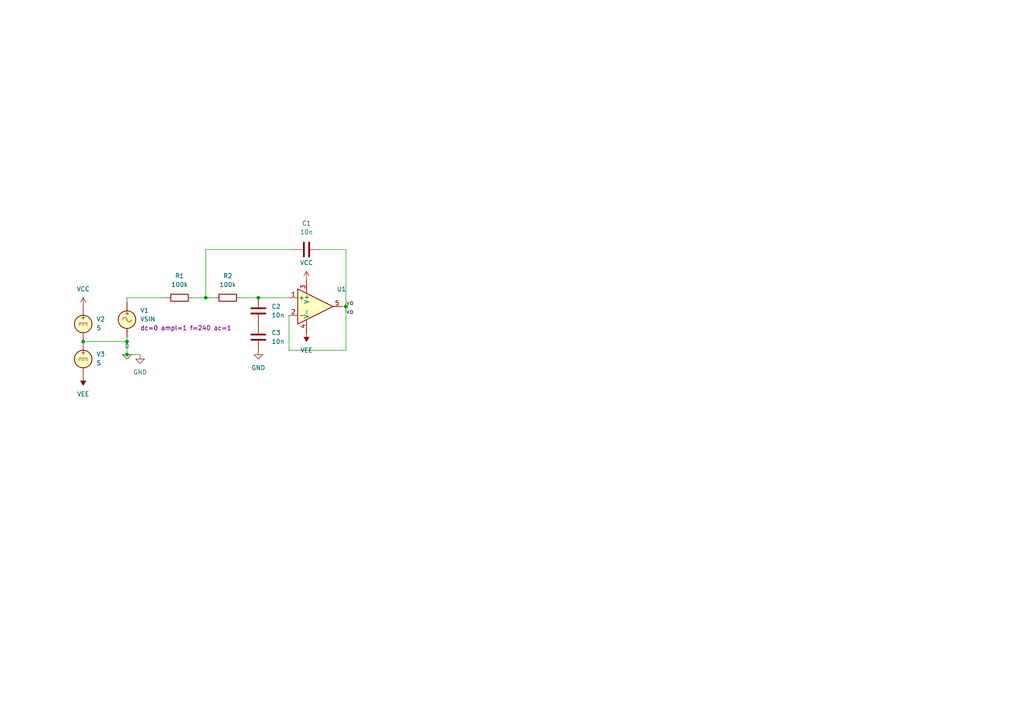
<source format=kicad_sch>
(kicad_sch (version 20231120) (generator "eeschema") (generator_version "8.0")
  (paper "A4")
  (lib_symbols
    (symbol "Device:C" (pin_numbers hide) (pin_names (offset 0.254))
      (property "Reference" "C" (at 0.635 2.54 0))
      (property "Value" "C" (at 0.635 -2.54 0))
      (symbol "C_0_1"
        (polyline (pts (xy -2.032 -0.762) (xy 2.032 -0.762)) (stroke (width 0.508)))
        (polyline (pts (xy -2.032 0.762) (xy 2.032 0.762)) (stroke (width 0.508)))
      )
      (symbol "C_1_1"
        (pin passive line (at 0 3.81 270) (length 2.794) (name "~") (number "1"))
        (pin passive line (at 0 -3.81 90) (length 2.794) (name "~") (number "2"))
      )
    )
    (symbol "Device:R" (pin_numbers hide) (pin_names (offset 0))
      (property "Reference" "R" (at 2.032 0 90))
      (property "Value" "R" (at 0 0 90))
      (symbol "R_0_1"
        (rectangle (start -1.016 -2.54) (end 1.016 2.54) (stroke (width 0.254)))
      )
      (symbol "R_1_1"
        (pin passive line (at 0 3.81 270) (length 1.27) (name "~") (number "1"))
        (pin passive line (at 0 -3.81 90) (length 1.27) (name "~") (number "2"))
      )
    )
    (symbol "Simulation_SPICE:0" (power) (pin_numbers hide) (pin_names (offset 0) hide)
      (property "Value" "0" (at 0 -2.54 0))
      (symbol "0_0_1"
        (polyline (pts (xy -1.27 0) (xy 0 -1.27) (xy 1.27 0) (xy -1.27 0)))
      )
      (symbol "0_1_1"
        (pin power_in line (at 0 0 0) (length 0) (name "~") (number "1"))
      )
    )
    (symbol "Simulation_SPICE:OPAMP" (pin_names (offset 0.254))
      (property "Reference" "U" (at 3.81 3.175 0))
      (property "Value" "${SIM.PARAMS}" (at 3.81 -3.175 0))
      (symbol "OPAMP_0_1"
        (polyline (pts (xy 5.08 0) (xy -5.08 5.08) (xy -5.08 -5.08) (xy 5.08 0)) (stroke (width 0.254)) (fill (type background)))
      )
      (symbol "OPAMP_1_1"
        (pin input line (at -7.62 2.54 0) (length 2.54) (name "+") (number "1"))
        (pin input line (at -7.62 -2.54 0) (length 2.54) (name "-") (number "2"))
        (pin power_in line (at -2.54 7.62 270) (length 3.81) (name "V+") (number "3"))
        (pin power_in line (at -2.54 -7.62 90) (length 3.81) (name "V-") (number "4"))
        (pin output line (at 7.62 0 180) (length 2.54) (name "~") (number "5"))
      )
    )
    (symbol "Simulation_SPICE:VDC" (pin_numbers hide) (pin_names (offset 0.0254))
      (property "Reference" "V" (at 2.54 2.54 0))
      (property "Value" "1" (at 2.54 0 0))
      (symbol "VDC_0_0"
        (polyline (pts (xy -1.27 0.254) (xy 1.27 0.254)))
        (polyline (pts (xy -0.762 -0.254) (xy -1.27 -0.254)))
        (polyline (pts (xy 0.254 -0.254) (xy -0.254 -0.254)))
        (polyline (pts (xy 1.27 -0.254) (xy 0.762 -0.254)))
        (text "+" (at 0 1.905 0) (effects (font (size 1.27 1.27))))
      )
      (symbol "VDC_0_1"
        (circle (center 0 0) (radius 2.54) (stroke (width 0.254)) (fill (type background)))
      )
      (symbol "VDC_1_1"
        (pin passive line (at 0 5.08 270) (length 2.54) (name "~") (number "1"))
        (pin passive line (at 0 -5.08 90) (length 2.54) (name "~") (number "2"))
      )
    )
    (symbol "Simulation_SPICE:VSIN" (pin_numbers hide) (pin_names (offset 0.0254))
      (property "Reference" "V" (at 2.54 2.54 0))
      (property "Value" "VSIN" (at 2.54 0 0))
      (property "Sim.Params" "dc=0 ampl=1 f=1k ac=1" (at 2.54 -2.54 0))
      (symbol "VSIN_0_0"
        (arc (start 0 0) (mid -0.635 0.6323) (end -1.27 0))
        (arc (start 0 0) (mid 0.635 -0.6323) (end 1.27 0))
        (text "+" (at 0 1.905 0) (effects (font (size 1.27 1.27))))
      )
      (symbol "VSIN_0_1"
        (circle (center 0 0) (radius 2.54) (stroke (width 0.254)) (fill (type background)))
      )
      (symbol "VSIN_1_1"
        (pin passive line (at 0 5.08 270) (length 2.54) (name "~") (number "1"))
        (pin passive line (at 0 -5.08 90) (length 2.54) (name "~") (number "2"))
      )
    )
    (symbol "power:GND" (power) (pin_numbers hide) (pin_names (offset 0) hide)
      (property "Value" "GND" (at 0 -3.81 0))
      (symbol "GND_0_1"
        (polyline (pts (xy 0 0) (xy 0 -1.27) (xy 1.27 -1.27) (xy 0 -2.54) (xy -1.27 -1.27) (xy 0 -1.27)))
      )
      (symbol "GND_1_1"
        (pin power_in line (at 0 0 270) (length 0) (name "~") (number "1"))
      )
    )
    (symbol "power:VCC" (power) (pin_numbers hide) (pin_names (offset 0) hide)
      (property "Value" "VCC" (at 0 3.556 0))
      (symbol "VCC_0_1"
        (polyline (pts (xy -0.762 1.27) (xy 0 2.54)))
        (polyline (pts (xy 0 0) (xy 0 2.54)))
        (polyline (pts (xy 0 2.54) (xy 0.762 1.27)))
      )
      (symbol "VCC_1_1"
        (pin power_in line (at 0 0 90) (length 0) (name "~") (number "1"))
      )
    )
    (symbol "power:VEE" (power) (pin_numbers hide) (pin_names (offset 0) hide)
      (property "Value" "VEE" (at 0 3.556 0))
      (symbol "VEE_0_1"
        (polyline (pts (xy 0 0) (xy 0 2.54)))
        (polyline (pts (xy 0.762 1.27) (xy -0.762 1.27) (xy 0 2.54) (xy 0.762 1.27)) (fill (type outline)))
      )
      (symbol "VEE_1_1"
        (pin power_in line (at 0 0 90) (length 0) (name "~") (number "1"))
      )
    )
  )
  (junction (at 74.93 86.36))
  (junction (at 36.83 102.87))
  (junction (at 59.69 86.36))
  (junction (at 24.13 99.06))
  (junction (at 36.83 99.06))
  (junction (at 100.33 88.9))
  (wire (pts (xy 83.82 101.6) (xy 100.33 101.6)))
  (wire (pts (xy 74.93 86.36) (xy 83.82 86.36)))
  (wire (pts (xy 36.83 87.63) (xy 36.83 86.36)))
  (wire (pts (xy 36.83 102.87) (xy 40.64 102.87)))
  (wire (pts (xy 92.71 72.39) (xy 100.33 72.39)))
  (wire (pts (xy 55.88 86.36) (xy 59.69 86.36)))
  (wire (pts (xy 100.33 101.6) (xy 100.33 88.9)))
  (wire (pts (xy 36.83 86.36) (xy 48.26 86.36)))
  (wire (pts (xy 100.33 88.9) (xy 99.06 88.9)))
  (wire (pts (xy 69.85 86.36) (xy 74.93 86.36)))
  (wire (pts (xy 24.13 99.06) (xy 36.83 99.06)))
  (wire (pts (xy 83.82 91.44) (xy 83.82 101.6)))
  (wire (pts (xy 59.69 86.36) (xy 62.23 86.36)))
  (wire (pts (xy 36.83 97.79) (xy 36.83 99.06)))
  (wire (pts (xy 100.33 72.39) (xy 100.33 88.9)))
  (wire (pts (xy 59.69 72.39) (xy 85.09 72.39)))
  (wire (pts (xy 59.69 86.36) (xy 59.69 72.39)))
  (wire (pts (xy 36.83 99.06) (xy 36.83 102.87)))
  (label "vo" (at 100.33 88.9 0))
  (label "vo" (at 100.33 91.44 0))
  (symbol (lib_id "Device:R") (at 66.04 86.36 90) (unit 1)
    (property "Reference" "R2" (at 66.04 80.01 90))
    (property "Value" "100k" (at 66.04 82.55 90))
    (property "Description" "Resistor" (effects (hide yes)))
  )
  (symbol (lib_id "Simulation_SPICE:VDC") (at 24.13 93.98 0) (unit 1)
    (property "Reference" "V2" (at 27.94 92.5801 0) (effects (justify left)))
    (property "Value" "5" (at 27.94 95.1201 0) (effects (justify left)))
    (property "Datasheet" "https://ngspice.sourceforge.io/docs/ngspice-html-manual/manual.xhtml#sec_Independent_Sources_for" (effects (hide yes)))
    (property "Description" "Voltage source, DC" (effects (hide yes)))
    (property "Sim.Pins" "1=+ 2=-" (effects (hide yes)))
    (property "Sim.Type" "DC" (effects (hide yes)))
    (property "Sim.Device" "V" (effects (hide yes)))
  )
  (symbol (lib_id "Device:C") (at 74.93 90.17 180) (unit 1)
    (property "Reference" "C2" (at 78.74 88.8999 0) (effects (justify right)))
    (property "Value" "10n" (at 78.74 91.4399 0) (effects (justify right)))
    (property "Description" "Unpolarized capacitor" (effects (hide yes)))
  )
  (symbol (lib_id "Simulation_SPICE:0") (at 36.83 102.87 0) (unit 1)
    (property "Reference" "#GND01" (effects (hide yes)))
    (property "Value" "0" (at 36.83 100.33 0))
    (property "Datasheet" "https://ngspice.sourceforge.io/docs/ngspice-html-manual/manual.xhtml#subsec_Circuit_elements__device" (effects (hide yes)))
    (property "Description" "0V reference potential for simulation" (effects (hide yes)))
  )
  (symbol (lib_id "Device:C") (at 74.93 97.79 180) (unit 1)
    (property "Reference" "C3" (at 78.74 96.5199 0) (effects (justify right)))
    (property "Value" "10n" (at 78.74 99.0599 0) (effects (justify right)))
    (property "Description" "Unpolarized capacitor" (effects (hide yes)))
  )
  (symbol (lib_id "power:VEE") (at 88.9 96.52 180) (unit 1)
    (property "Reference" "#PWR01" (effects (hide yes)))
    (property "Value" "VEE" (at 88.9 101.6 0))
    (property "Description" "Power symbol creates a global label with name \"VEE\"" (effects (hide yes)))
  )
  (symbol (lib_id "power:VCC") (at 24.13 88.9 0) (unit 1)
    (property "Reference" "#PWR05" (effects (hide yes)))
    (property "Value" "VCC" (at 24.13 83.82 0))
    (property "Description" "Power symbol creates a global label with name \"VCC\"" (effects (hide yes)))
  )
  (symbol (lib_id "power:GND") (at 40.64 102.87 0) (unit 1)
    (property "Reference" "#PWR03" (effects (hide yes)))
    (property "Value" "GND" (at 40.64 107.95 0))
    (property "Description" "Power symbol creates a global label with name \"GND\" , ground" (effects (hide yes)))
  )
  (symbol (lib_id "Simulation_SPICE:VSIN") (at 36.83 92.71 0) (unit 1)
    (property "Reference" "V1" (at 40.64 90.0401 0) (effects (justify left)))
    (property "Value" "VSIN" (at 40.64 92.5801 0) (effects (justify left)))
    (property "Datasheet" "https://ngspice.sourceforge.io/docs/ngspice-html-manual/manual.xhtml#sec_Independent_Sources_for" (effects (hide yes)))
    (property "Description" "Voltage source, sinusoidal" (effects (hide yes)))
    (property "Sim.Pins" "1=+ 2=-" (effects (hide yes)))
    (property "Sim.Params" "dc=0 ampl=1 f=240 ac=1" (at 40.64 95.1201 0) (effects (justify left)))
    (property "Sim.Type" "SIN" (effects (hide yes)))
    (property "Sim.Device" "V" (effects (hide yes)))
  )
  (symbol (lib_id "power:VCC") (at 88.9 81.28 0) (unit 1)
    (property "Reference" "#PWR04" (effects (hide yes)))
    (property "Value" "VCC" (at 88.9 76.2 0))
    (property "Description" "Power symbol creates a global label with name \"VCC\"" (effects (hide yes)))
  )
  (symbol (lib_id "power:GND") (at 74.93 101.6 0) (unit 1)
    (property "Reference" "#PWR02" (effects (hide yes)))
    (property "Value" "GND" (at 74.93 106.68 0))
    (property "Description" "Power symbol creates a global label with name \"GND\" , ground" (effects (hide yes)))
  )
  (symbol (lib_id "Simulation_SPICE:OPAMP") (at 91.44 88.9 0) (unit 1)
    (property "Reference" "U1" (at 99.06 83.8514 0))
    (property "Value" "${SIM.PARAMS}" (at 99.06 85.7565 0))
    (property "Datasheet" "https://ngspice.sourceforge.io/docs/ngspice-html-manual/manual.xhtml#sec__SUBCKT_Subcircuits" (effects (hide yes)))
    (property "Description" "Operational amplifier, single, node sequence=1:+ 2:- 3:OUT 4:V+ 5:V-" (effects (hide yes)))
    (property "Sim.Pins" "1=in+ 2=in- 3=vcc 4=vee 5=out" (effects (hide yes)))
    (property "Sim.Device" "SUBCKT" (effects (hide yes)))
    (property "Sim.Library" "${KICAD7_SYMBOL_DIR}/Simulation_SPICE.sp" (effects (hide yes)))
    (property "Sim.Name" "kicad_builtin_opamp" (effects (hide yes)))
  )
  (symbol (lib_id "Device:R") (at 52.07 86.36 90) (unit 1)
    (property "Reference" "R1" (at 52.07 80.01 90))
    (property "Value" "100k" (at 52.07 82.55 90))
    (property "Description" "Resistor" (effects (hide yes)))
  )
  (symbol (lib_id "power:VEE") (at 24.13 109.22 180) (unit 1)
    (property "Reference" "#PWR07" (effects (hide yes)))
    (property "Value" "VEE" (at 24.13 114.3 0))
    (property "Description" "Power symbol creates a global label with name \"VEE\"" (effects (hide yes)))
  )
  (symbol (lib_id "Simulation_SPICE:VDC") (at 24.13 104.14 0) (unit 1)
    (property "Reference" "V3" (at 27.94 102.7401 0) (effects (justify left)))
    (property "Value" "5" (at 27.94 105.2801 0) (effects (justify left)))
    (property "Datasheet" "https://ngspice.sourceforge.io/docs/ngspice-html-manual/manual.xhtml#sec_Independent_Sources_for" (effects (hide yes)))
    (property "Description" "Voltage source, DC" (effects (hide yes)))
    (property "Sim.Pins" "1=+ 2=-" (effects (hide yes)))
    (property "Sim.Type" "DC" (effects (hide yes)))
    (property "Sim.Device" "V" (effects (hide yes)))
  )
  (symbol (lib_id "Device:C") (at 88.9 72.39 90) (unit 1)
    (property "Reference" "C1" (at 88.9 64.77 90))
    (property "Value" "10n" (at 88.9 67.31 90))
    (property "Description" "Unpolarized capacitor" (effects (hide yes)))
  )
)
</source>
